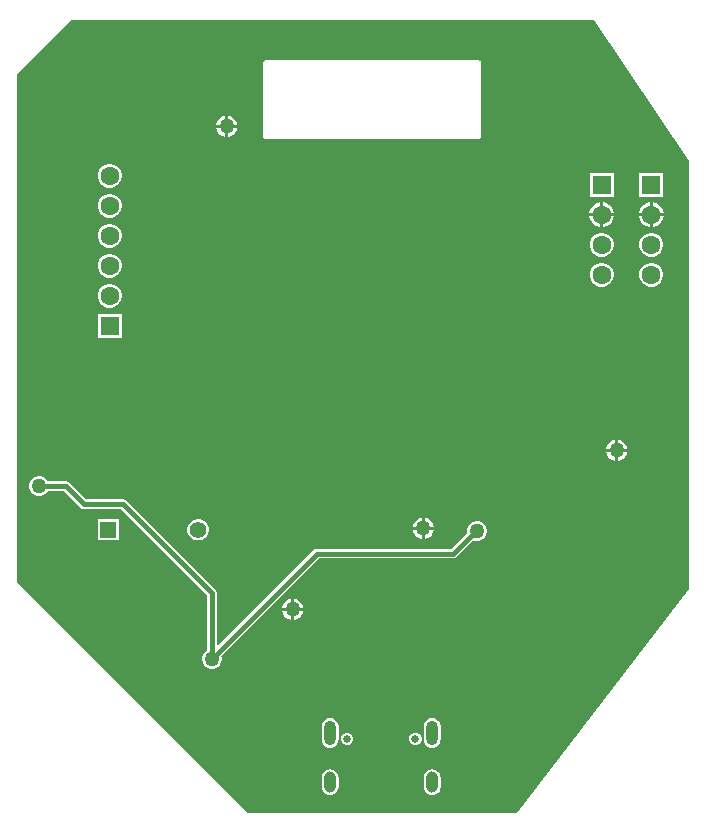
<source format=gbl>
G04*
G04 #@! TF.GenerationSoftware,Altium Limited,Altium Designer,22.1.2 (22)*
G04*
G04 Layer_Physical_Order=2*
G04 Layer_Color=16711680*
%FSLAX25Y25*%
%MOIN*%
G70*
G04*
G04 #@! TF.SameCoordinates,02DF8324-4ACC-4833-93D7-4F50CCD373BD*
G04*
G04*
G04 #@! TF.FilePolarity,Positive*
G04*
G01*
G75*
%ADD49C,0.05512*%
%ADD50R,0.05512X0.05512*%
%ADD54C,0.01500*%
%ADD57C,0.02559*%
G04:AMPARAMS|DCode=58|XSize=39.37mil|YSize=70.87mil|CornerRadius=19.68mil|HoleSize=0mil|Usage=FLASHONLY|Rotation=0.000|XOffset=0mil|YOffset=0mil|HoleType=Round|Shape=RoundedRectangle|*
%AMROUNDEDRECTD58*
21,1,0.03937,0.03150,0,0,0.0*
21,1,0.00000,0.07087,0,0,0.0*
1,1,0.03937,0.00000,-0.01575*
1,1,0.03937,0.00000,-0.01575*
1,1,0.03937,0.00000,0.01575*
1,1,0.03937,0.00000,0.01575*
%
%ADD58ROUNDEDRECTD58*%
G04:AMPARAMS|DCode=59|XSize=39.37mil|YSize=82.68mil|CornerRadius=19.68mil|HoleSize=0mil|Usage=FLASHONLY|Rotation=0.000|XOffset=0mil|YOffset=0mil|HoleType=Round|Shape=RoundedRectangle|*
%AMROUNDEDRECTD59*
21,1,0.03937,0.04331,0,0,0.0*
21,1,0.00000,0.08268,0,0,0.0*
1,1,0.03937,0.00000,-0.02165*
1,1,0.03937,0.00000,-0.02165*
1,1,0.03937,0.00000,0.02165*
1,1,0.03937,0.00000,0.02165*
%
%ADD59ROUNDEDRECTD59*%
%ADD60C,0.06299*%
%ADD61R,0.06299X0.06299*%
%ADD62C,0.05000*%
G36*
X484500Y318000D02*
Y175129D01*
X427282Y100500D01*
X337500Y100500D01*
X260514Y177486D01*
Y346989D01*
X279068Y365000D01*
X453000D01*
X484500Y318000D01*
D02*
G37*
%LPC*%
G36*
X331000Y332990D02*
Y330000D01*
X333990D01*
X333762Y330851D01*
X333301Y331649D01*
X332649Y332301D01*
X331851Y332762D01*
X331000Y332990D01*
D02*
G37*
G36*
X330000D02*
X329149Y332762D01*
X328351Y332301D01*
X327699Y331649D01*
X327238Y330851D01*
X327010Y330000D01*
X330000D01*
Y332990D01*
D02*
G37*
G36*
X333990Y329000D02*
X331000D01*
Y326010D01*
X331851Y326238D01*
X332649Y326699D01*
X333301Y327351D01*
X333762Y328149D01*
X333990Y329000D01*
D02*
G37*
G36*
X330000D02*
X327010D01*
X327238Y328149D01*
X327699Y327351D01*
X328351Y326699D01*
X329149Y326238D01*
X330000Y326010D01*
Y329000D01*
D02*
G37*
G36*
X414398Y351607D02*
X343531D01*
X343219Y351545D01*
X342955Y351368D01*
X342778Y351103D01*
X342716Y350791D01*
Y325988D01*
X342778Y325676D01*
X342955Y325411D01*
X343219Y325235D01*
X343531Y325172D01*
X414398D01*
X414710Y325235D01*
X414974Y325411D01*
X415151Y325676D01*
X415213Y325988D01*
Y350791D01*
X415151Y351103D01*
X414974Y351368D01*
X414710Y351545D01*
X414398Y351607D01*
D02*
G37*
G36*
X292020Y316950D02*
X290980D01*
X289976Y316680D01*
X289075Y316160D01*
X288339Y315425D01*
X287820Y314525D01*
X287550Y313520D01*
Y312480D01*
X287820Y311475D01*
X288339Y310575D01*
X289075Y309840D01*
X289976Y309320D01*
X290980Y309050D01*
X292020D01*
X293024Y309320D01*
X293925Y309840D01*
X294660Y310575D01*
X295180Y311475D01*
X295450Y312480D01*
Y313520D01*
X295180Y314525D01*
X294660Y315425D01*
X293925Y316160D01*
X293024Y316680D01*
X292020Y316950D01*
D02*
G37*
G36*
X475950Y313950D02*
X468050D01*
Y306050D01*
X475950D01*
Y313950D01*
D02*
G37*
G36*
X459450D02*
X451550D01*
Y306050D01*
X459450D01*
Y313950D01*
D02*
G37*
G36*
X472546Y304150D02*
X472500D01*
Y300500D01*
X476150D01*
Y300546D01*
X475867Y301602D01*
X475320Y302548D01*
X474548Y303321D01*
X473602Y303867D01*
X472546Y304150D01*
D02*
G37*
G36*
X456046D02*
X456000D01*
Y300500D01*
X459650D01*
Y300546D01*
X459367Y301602D01*
X458820Y302548D01*
X458048Y303321D01*
X457102Y303867D01*
X456046Y304150D01*
D02*
G37*
G36*
X471500D02*
X471454D01*
X470398Y303867D01*
X469452Y303321D01*
X468680Y302548D01*
X468133Y301602D01*
X467850Y300546D01*
Y300500D01*
X471500D01*
Y304150D01*
D02*
G37*
G36*
X455000D02*
X454954D01*
X453898Y303867D01*
X452952Y303321D01*
X452179Y302548D01*
X451633Y301602D01*
X451350Y300546D01*
Y300500D01*
X455000D01*
Y304150D01*
D02*
G37*
G36*
X292020Y306950D02*
X290980D01*
X289976Y306680D01*
X289075Y306160D01*
X288339Y305425D01*
X287820Y304524D01*
X287550Y303520D01*
Y302480D01*
X287820Y301476D01*
X288339Y300575D01*
X289075Y299839D01*
X289976Y299320D01*
X290980Y299050D01*
X292020D01*
X293024Y299320D01*
X293925Y299839D01*
X294660Y300575D01*
X295180Y301476D01*
X295450Y302480D01*
Y303520D01*
X295180Y304524D01*
X294660Y305425D01*
X293925Y306160D01*
X293024Y306680D01*
X292020Y306950D01*
D02*
G37*
G36*
X476150Y299500D02*
X472500D01*
Y295850D01*
X472546D01*
X473602Y296133D01*
X474548Y296679D01*
X475320Y297452D01*
X475867Y298398D01*
X476150Y299454D01*
Y299500D01*
D02*
G37*
G36*
X471500D02*
X467850D01*
Y299454D01*
X468133Y298398D01*
X468680Y297452D01*
X469452Y296679D01*
X470398Y296133D01*
X471454Y295850D01*
X471500D01*
Y299500D01*
D02*
G37*
G36*
X459650D02*
X456000D01*
Y295850D01*
X456046D01*
X457102Y296133D01*
X458048Y296679D01*
X458820Y297452D01*
X459367Y298398D01*
X459650Y299454D01*
Y299500D01*
D02*
G37*
G36*
X455000D02*
X451350D01*
Y299454D01*
X451633Y298398D01*
X452179Y297452D01*
X452952Y296679D01*
X453898Y296133D01*
X454954Y295850D01*
X455000D01*
Y299500D01*
D02*
G37*
G36*
X292020Y296950D02*
X290980D01*
X289976Y296680D01*
X289075Y296161D01*
X288339Y295425D01*
X287820Y294525D01*
X287550Y293520D01*
Y292480D01*
X287820Y291476D01*
X288339Y290575D01*
X289075Y289840D01*
X289976Y289320D01*
X290980Y289050D01*
X292020D01*
X293024Y289320D01*
X293925Y289840D01*
X294660Y290575D01*
X295180Y291476D01*
X295450Y292480D01*
Y293520D01*
X295180Y294525D01*
X294660Y295425D01*
X293925Y296161D01*
X293024Y296680D01*
X292020Y296950D01*
D02*
G37*
G36*
X472520Y293950D02*
X471480D01*
X470475Y293680D01*
X469575Y293161D01*
X468840Y292425D01*
X468320Y291525D01*
X468050Y290520D01*
Y289480D01*
X468320Y288475D01*
X468840Y287575D01*
X469575Y286840D01*
X470475Y286320D01*
X471480Y286050D01*
X472520D01*
X473525Y286320D01*
X474425Y286840D01*
X475161Y287575D01*
X475680Y288475D01*
X475950Y289480D01*
Y290520D01*
X475680Y291525D01*
X475161Y292425D01*
X474425Y293161D01*
X473525Y293680D01*
X472520Y293950D01*
D02*
G37*
G36*
X456020D02*
X454980D01*
X453975Y293680D01*
X453075Y293161D01*
X452340Y292425D01*
X451820Y291525D01*
X451550Y290520D01*
Y289480D01*
X451820Y288475D01*
X452340Y287575D01*
X453075Y286840D01*
X453975Y286320D01*
X454980Y286050D01*
X456020D01*
X457024Y286320D01*
X457925Y286840D01*
X458661Y287575D01*
X459180Y288475D01*
X459450Y289480D01*
Y290520D01*
X459180Y291525D01*
X458661Y292425D01*
X457925Y293161D01*
X457024Y293680D01*
X456020Y293950D01*
D02*
G37*
G36*
X292020Y286950D02*
X290980D01*
X289976Y286680D01*
X289075Y286160D01*
X288339Y285425D01*
X287820Y284524D01*
X287550Y283520D01*
Y282480D01*
X287820Y281475D01*
X288339Y280575D01*
X289075Y279839D01*
X289976Y279320D01*
X290980Y279050D01*
X292020D01*
X293024Y279320D01*
X293925Y279839D01*
X294660Y280575D01*
X295180Y281475D01*
X295450Y282480D01*
Y283520D01*
X295180Y284524D01*
X294660Y285425D01*
X293925Y286160D01*
X293024Y286680D01*
X292020Y286950D01*
D02*
G37*
G36*
X472520Y283950D02*
X471480D01*
X470475Y283680D01*
X469575Y283160D01*
X468840Y282425D01*
X468320Y281524D01*
X468050Y280520D01*
Y279480D01*
X468320Y278475D01*
X468840Y277575D01*
X469575Y276839D01*
X470475Y276320D01*
X471480Y276050D01*
X472520D01*
X473525Y276320D01*
X474425Y276839D01*
X475161Y277575D01*
X475680Y278475D01*
X475950Y279480D01*
Y280520D01*
X475680Y281524D01*
X475161Y282425D01*
X474425Y283160D01*
X473525Y283680D01*
X472520Y283950D01*
D02*
G37*
G36*
X456020D02*
X454980D01*
X453975Y283680D01*
X453075Y283160D01*
X452340Y282425D01*
X451820Y281524D01*
X451550Y280520D01*
Y279480D01*
X451820Y278475D01*
X452340Y277575D01*
X453075Y276839D01*
X453975Y276320D01*
X454980Y276050D01*
X456020D01*
X457024Y276320D01*
X457925Y276839D01*
X458661Y277575D01*
X459180Y278475D01*
X459450Y279480D01*
Y280520D01*
X459180Y281524D01*
X458661Y282425D01*
X457925Y283160D01*
X457024Y283680D01*
X456020Y283950D01*
D02*
G37*
G36*
X292020Y276950D02*
X290980D01*
X289976Y276680D01*
X289075Y276161D01*
X288339Y275425D01*
X287820Y274524D01*
X287550Y273520D01*
Y272480D01*
X287820Y271476D01*
X288339Y270575D01*
X289075Y269840D01*
X289976Y269320D01*
X290980Y269050D01*
X292020D01*
X293024Y269320D01*
X293925Y269840D01*
X294660Y270575D01*
X295180Y271476D01*
X295450Y272480D01*
Y273520D01*
X295180Y274524D01*
X294660Y275425D01*
X293925Y276161D01*
X293024Y276680D01*
X292020Y276950D01*
D02*
G37*
G36*
X295450Y266950D02*
X287550D01*
Y259050D01*
X295450D01*
Y266950D01*
D02*
G37*
G36*
X461000Y224990D02*
Y222000D01*
X463989D01*
X463762Y222851D01*
X463301Y223649D01*
X462649Y224301D01*
X461851Y224762D01*
X461000Y224990D01*
D02*
G37*
G36*
X460000D02*
X459149Y224762D01*
X458351Y224301D01*
X457699Y223649D01*
X457238Y222851D01*
X457011Y222000D01*
X460000D01*
Y224990D01*
D02*
G37*
G36*
X463989Y221000D02*
X461000D01*
Y218010D01*
X461851Y218238D01*
X462649Y218699D01*
X463301Y219351D01*
X463762Y220149D01*
X463989Y221000D01*
D02*
G37*
G36*
X460000D02*
X457011D01*
X457238Y220149D01*
X457699Y219351D01*
X458351Y218699D01*
X459149Y218238D01*
X460000Y218010D01*
Y221000D01*
D02*
G37*
G36*
X396500Y198989D02*
Y196000D01*
X399489D01*
X399261Y196851D01*
X398801Y197649D01*
X398149Y198301D01*
X397351Y198761D01*
X396500Y198989D01*
D02*
G37*
G36*
X395500D02*
X394649Y198761D01*
X393851Y198301D01*
X393199Y197649D01*
X392739Y196851D01*
X392511Y196000D01*
X395500D01*
Y198989D01*
D02*
G37*
G36*
X399489Y195000D02*
X396500D01*
Y192010D01*
X397351Y192238D01*
X398149Y192699D01*
X398801Y193351D01*
X399261Y194149D01*
X399489Y195000D01*
D02*
G37*
G36*
X395500D02*
X392511D01*
X392739Y194149D01*
X393199Y193351D01*
X393851Y192699D01*
X394649Y192238D01*
X395500Y192010D01*
Y195000D01*
D02*
G37*
G36*
X321429Y198556D02*
X320493D01*
X319588Y198314D01*
X318777Y197845D01*
X318115Y197183D01*
X317647Y196372D01*
X317405Y195468D01*
Y194532D01*
X317647Y193628D01*
X318115Y192817D01*
X318777Y192155D01*
X319588Y191686D01*
X320493Y191444D01*
X321429D01*
X322333Y191686D01*
X323144Y192155D01*
X323806Y192817D01*
X324274Y193628D01*
X324517Y194532D01*
Y195468D01*
X324274Y196372D01*
X323806Y197183D01*
X323144Y197845D01*
X322333Y198314D01*
X321429Y198556D01*
D02*
G37*
G36*
X294595D02*
X287484D01*
Y191444D01*
X294595D01*
Y198556D01*
D02*
G37*
G36*
X268435Y212800D02*
X267565D01*
X266726Y212575D01*
X265974Y212141D01*
X265359Y211526D01*
X264925Y210774D01*
X264700Y209934D01*
Y209066D01*
X264925Y208226D01*
X265359Y207474D01*
X265974Y206859D01*
X266726Y206425D01*
X267565Y206200D01*
X268435D01*
X269274Y206425D01*
X270026Y206859D01*
X270641Y207474D01*
X270898Y207920D01*
X276345D01*
X281883Y202382D01*
X282395Y202040D01*
X283000Y201920D01*
X295345D01*
X323920Y173345D01*
Y154898D01*
X323474Y154641D01*
X322859Y154026D01*
X322425Y153274D01*
X322200Y152434D01*
Y151566D01*
X322425Y150726D01*
X322859Y149974D01*
X323474Y149359D01*
X324226Y148925D01*
X325065Y148700D01*
X325935D01*
X326774Y148925D01*
X327526Y149359D01*
X328141Y149974D01*
X328575Y150726D01*
X328800Y151566D01*
Y152434D01*
X328667Y152932D01*
X361155Y185420D01*
X406000D01*
X406605Y185540D01*
X407118Y185882D01*
X412684Y191449D01*
X412726Y191425D01*
X413565Y191200D01*
X414434D01*
X415274Y191425D01*
X416026Y191859D01*
X416641Y192474D01*
X417075Y193226D01*
X417300Y194066D01*
Y194934D01*
X417075Y195774D01*
X416641Y196526D01*
X416026Y197141D01*
X415274Y197575D01*
X414434Y197800D01*
X413565D01*
X412726Y197575D01*
X411974Y197141D01*
X411359Y196526D01*
X410925Y195774D01*
X410700Y194934D01*
Y194066D01*
X410728Y193963D01*
X405345Y188580D01*
X360500D01*
X359895Y188460D01*
X359383Y188118D01*
X327542Y156277D01*
X327080Y156469D01*
Y174000D01*
X326960Y174605D01*
X326618Y175118D01*
X297117Y204618D01*
X296605Y204960D01*
X296000Y205080D01*
X283655D01*
X278117Y210617D01*
X277605Y210960D01*
X277000Y211080D01*
X270898D01*
X270641Y211526D01*
X270026Y212141D01*
X269274Y212575D01*
X268435Y212800D01*
D02*
G37*
G36*
X353000Y171990D02*
Y169000D01*
X355990D01*
X355762Y169851D01*
X355301Y170649D01*
X354649Y171301D01*
X353851Y171762D01*
X353000Y171990D01*
D02*
G37*
G36*
X352000D02*
X351149Y171762D01*
X350351Y171301D01*
X349699Y170649D01*
X349238Y169851D01*
X349010Y169000D01*
X352000D01*
Y171990D01*
D02*
G37*
G36*
X355990Y168000D02*
X353000D01*
Y165010D01*
X353851Y165238D01*
X354649Y165699D01*
X355301Y166351D01*
X355762Y167149D01*
X355990Y168000D01*
D02*
G37*
G36*
X352000D02*
X349010D01*
X349238Y167149D01*
X349699Y166351D01*
X350351Y165699D01*
X351149Y165238D01*
X352000Y165010D01*
Y168000D01*
D02*
G37*
G36*
X393792Y127335D02*
X392964D01*
X392200Y127019D01*
X391615Y126434D01*
X391298Y125670D01*
Y124842D01*
X391615Y124078D01*
X392200Y123493D01*
X392964Y123176D01*
X393792D01*
X394556Y123493D01*
X395141Y124078D01*
X395458Y124842D01*
Y125670D01*
X395141Y126434D01*
X394556Y127019D01*
X393792Y127335D01*
D02*
G37*
G36*
X371036D02*
X370208D01*
X369444Y127019D01*
X368859Y126434D01*
X368543Y125670D01*
Y124842D01*
X368859Y124078D01*
X369444Y123493D01*
X370208Y123176D01*
X371036D01*
X371800Y123493D01*
X372385Y124078D01*
X372702Y124842D01*
Y125670D01*
X372385Y126434D01*
X371800Y127019D01*
X371036Y127335D01*
D02*
G37*
G36*
X399008Y132182D02*
X398285Y132087D01*
X397612Y131808D01*
X397033Y131364D01*
X396590Y130786D01*
X396311Y130113D01*
X396216Y129390D01*
Y125059D01*
X396311Y124336D01*
X396590Y123663D01*
X397033Y123084D01*
X397612Y122641D01*
X398285Y122362D01*
X399008Y122267D01*
X399731Y122362D01*
X400404Y122641D01*
X400982Y123084D01*
X401426Y123663D01*
X401705Y124336D01*
X401800Y125059D01*
Y129390D01*
X401705Y130113D01*
X401426Y130786D01*
X400982Y131364D01*
X400404Y131808D01*
X399731Y132087D01*
X399008Y132182D01*
D02*
G37*
G36*
X364992D02*
X364269Y132087D01*
X363596Y131808D01*
X363018Y131364D01*
X362574Y130786D01*
X362295Y130113D01*
X362200Y129390D01*
Y125059D01*
X362295Y124336D01*
X362574Y123663D01*
X363018Y123084D01*
X363596Y122641D01*
X364269Y122362D01*
X364992Y122267D01*
X365715Y122362D01*
X366388Y122641D01*
X366967Y123084D01*
X367410Y123663D01*
X367689Y124336D01*
X367785Y125059D01*
Y129390D01*
X367689Y130113D01*
X367410Y130786D01*
X366967Y131364D01*
X366388Y131808D01*
X365715Y132087D01*
X364992Y132182D01*
D02*
G37*
G36*
X399008Y115135D02*
X398285Y115040D01*
X397612Y114761D01*
X397033Y114317D01*
X396590Y113739D01*
X396311Y113065D01*
X396216Y112343D01*
Y109193D01*
X396311Y108470D01*
X396590Y107797D01*
X397033Y107218D01*
X397612Y106775D01*
X398285Y106496D01*
X399008Y106401D01*
X399731Y106496D01*
X400404Y106775D01*
X400982Y107218D01*
X401426Y107797D01*
X401705Y108470D01*
X401800Y109193D01*
Y112343D01*
X401705Y113065D01*
X401426Y113739D01*
X400982Y114317D01*
X400404Y114761D01*
X399731Y115040D01*
X399008Y115135D01*
D02*
G37*
G36*
X364992D02*
X364269Y115040D01*
X363596Y114761D01*
X363018Y114317D01*
X362574Y113739D01*
X362295Y113065D01*
X362200Y112343D01*
Y109193D01*
X362295Y108470D01*
X362574Y107797D01*
X363018Y107218D01*
X363596Y106775D01*
X364269Y106496D01*
X364992Y106401D01*
X365715Y106496D01*
X366388Y106775D01*
X366967Y107218D01*
X367410Y107797D01*
X367689Y108470D01*
X367785Y109193D01*
Y112343D01*
X367689Y113065D01*
X367410Y113739D01*
X366967Y114317D01*
X366388Y114761D01*
X365715Y115040D01*
X364992Y115135D01*
D02*
G37*
%LPD*%
D49*
X320961Y195000D02*
D03*
D50*
X291039D02*
D03*
D54*
X325500Y152000D02*
Y174000D01*
X296000Y203500D02*
X325500Y174000D01*
X283000Y203500D02*
X296000D01*
X277000Y209500D02*
X283000Y203500D01*
X406000Y187000D02*
X413500Y194500D01*
X414000D01*
X360500Y187000D02*
X406000D01*
X325500Y152000D02*
X360500Y187000D01*
X268000Y209500D02*
X277000D01*
D57*
X370622Y125256D02*
D03*
X393378D02*
D03*
D58*
X399008Y110768D02*
D03*
X364992D02*
D03*
D59*
X399008Y127224D02*
D03*
X364992D02*
D03*
D60*
X472000Y280000D02*
D03*
Y290000D02*
D03*
Y300000D02*
D03*
X291500Y293000D02*
D03*
Y273000D02*
D03*
Y283000D02*
D03*
Y303000D02*
D03*
Y313000D02*
D03*
X455500Y280000D02*
D03*
Y290000D02*
D03*
Y300000D02*
D03*
D61*
X472000Y310000D02*
D03*
X291500Y263000D02*
D03*
X455500Y310000D02*
D03*
D62*
X396000Y195500D02*
D03*
X414000Y194500D02*
D03*
X268000Y209500D02*
D03*
X325500Y152000D02*
D03*
X330500Y329500D02*
D03*
X460500Y221500D02*
D03*
X352500Y168500D02*
D03*
M02*

</source>
